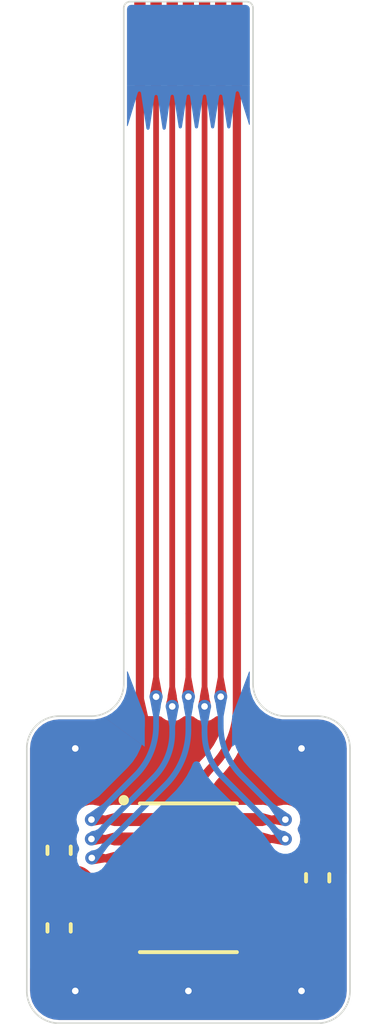
<source format=kicad_pcb>
(kicad_pcb (version 20221018) (generator pcbnew)
  (layers (0 "F.Cu" signal) (31 "B.Cu" signal) (34 "B.Paste" user) (35 "F.Paste" user) (36 "B.SilkS" user "B.Silkscreen") (37 "F.SilkS" user "F.Silkscreen") (38 "B.Mask" user) (39 "F.Mask" user) (44 "Edge.Cuts" user))
  (net 0 "")
  (net 1 "GND")
  (net 2 "Net-(U1-VLDO)")
  (net 3 "Net-(U1-VREF)")
  (net 4 "VDD")
  (net 5 "/SDA")
  (net 6 "/SCL")
  (net 7 "/INTB")
  (net 8 "/GPIO")
  (net 12 "/LDO_EN")
  (footprint "watch:FH19C_FPC" (layer "F.Cu") (at 146.8 69.6)
    (fp_text reference "J1" hide)
    (fp_text value "Conn_01x07" hide)
    (fp_line (start -2 -2.3) (end -2 0) (stroke (width 0.05)) (layer "Edge.Cuts"))
    (fp_line (start 1.8 -2.5) (end -1.8 -2.5) (stroke (width 0.05)) (layer "Edge.Cuts"))
    (fp_line (start 2 0) (end 2 -2.3) (stroke (width 0.05)) (layer "Edge.Cuts"))
    (fp_arc (start -2 -2.3) (mid -1.941421 -2.441421) (end -1.8 -2.5) (stroke (width 0.05)) (layer "Edge.Cuts"))
    (fp_arc (start 1.8 -2.5) (mid 1.941421 -2.441421) (end 2 -2.3) (stroke (width 0.05)) (layer "Edge.Cuts"))
    (pad "1" smd rect (at 1.5 -1.25) (size 0.35 2.5) (layers "F.Cu" "F.Paste" "F.Mask") (net 4 "VDD"))
    (pad "2" smd rect (at 1 -1.25) (size 0.35 2.5) (layers "F.Cu" "F.Paste" "F.Mask") (net 7 "/INTB"))
    (pad "3" smd rect (at 0.5 -1.25) (size 0.35 2.5) (layers "F.Cu" "F.Paste" "F.Mask") (net 8 "/GPIO"))
    (pad "4" smd rect (at 0 -1.25) (size 0.35 2.5) (layers "F.Cu" "F.Paste" "F.Mask") (net 12 "/LDO_EN"))
    (pad "5" smd rect (at -0.5 -1.25) (size 0.35 2.5) (layers "F.Cu" "F.Paste" "F.Mask") (net 6 "/SCL"))
    (pad "6" smd rect (at -1 -1.25) (size 0.35 2.5) (layers "F.Cu" "F.Paste" "F.Mask") (net 5 "/SDA"))
    (pad "7" smd rect (at -1.5 -1.25) (size 0.35 2.5) (layers "F.Cu" "F.Paste" "F.Mask") (net 1 "GND"))
  )
  (footprint "Capacitor_SMD:C_0402_1005Metric_Pad0.74x0.62mm_HandSolder" (layer "F.Cu") (at 150.8 94.2 90)
    (fp_text reference "C2" hide)
    (fp_text value "1u")
    (fp_line (start -0.115835 -0.36) (end 0.115835 -0.36) (stroke (width 0.12)) (layer "F.SilkS"))
    (fp_line (start -0.115835 0.36) (end 0.115835 0.36) (stroke (width 0.12)) (layer "F.SilkS"))
    (pad "1" smd roundrect (at -0.5675 0 90) (size 0.735 0.62) (layers "F.Cu" "F.Paste" "F.Mask") (net 1 "GND"))
    (pad "2" smd roundrect (at 0.5675 0 90) (size 0.735 0.62) (layers "F.Cu" "F.Paste" "F.Mask") (net 3 "Net-(U1-VREF)"))
  )
  (footprint "Capacitor_SMD:C_0402_1005Metric_Pad0.74x0.62mm_HandSolder" (layer "F.Cu") (at 142.8 95.75 -90)
    (fp_text reference "C3" hide)
    (fp_text value "10u")
    (fp_line (start -0.115835 -0.36) (end 0.115835 -0.36) (stroke (width 0.12)) (layer "F.SilkS"))
    (fp_line (start -0.115835 0.36) (end 0.115835 0.36) (stroke (width 0.12)) (layer "F.SilkS"))
    (pad "1" smd roundrect (at -0.5675 0 270) (size 0.735 0.62) (layers "F.Cu" "F.Paste" "F.Mask") (net 4 "VDD"))
    (pad "2" smd roundrect (at 0.5675 0 270) (size 0.735 0.62) (layers "F.Cu" "F.Paste" "F.Mask") (net 1 "GND"))
  )
  (footprint "Capacitor_SMD:C_0402_1005Metric_Pad0.74x0.62mm_HandSolder" (layer "F.Cu") (at 142.8 93.35 -90)
    (fp_text reference "C1" hide)
    (fp_text value "1u")
    (fp_line (start -0.115835 -0.36) (end 0.115835 -0.36) (stroke (width 0.12)) (layer "F.SilkS"))
    (fp_line (start -0.115835 0.36) (end 0.115835 0.36) (stroke (width 0.12)) (layer "F.SilkS"))
    (pad "1" smd roundrect (at -0.5675 0 270) (size 0.735 0.62) (layers "F.Cu" "F.Paste" "F.Mask") (net 1 "GND"))
    (pad "2" smd roundrect (at 0.5675 0 270) (size 0.735 0.62) (layers "F.Cu" "F.Paste" "F.Mask") (net 2 "Net-(U1-VLDO)"))
  )
  (footprint "watch:MAXM86161EFDT" (layer "F.Cu") (at 146.8 94.2)
    (fp_text reference "U1" hide)
    (fp_text value "MAXM86161EFD+T" hide)
    (fp_line (start -1.5 -2.3) (end 1.5 -2.3) (stroke (width 0.12)) (layer "F.SilkS"))
    (fp_line (start -1.5 2.3) (end 1.5 2.3) (stroke (width 0.12)) (layer "F.SilkS"))
    (fp_circle (center -2 -2.4) (end -1.9 -2.4) (stroke (width 0.12)) (fill solid) (layer "F.SilkS"))
    (pad "1" smd rect (at -1.46 -1.8 90) (size 0.4 1.68) (layers "F.Cu" "F.Paste" "F.Mask") (net 5 "/SDA"))
    (pad "2" smd rect (at -1.46 -1.2 90) (size 0.4 1.68) (layers "F.Cu" "F.Paste" "F.Mask") (net 6 "/SCL"))
    (pad "3" smd rect (at -1.46 -0.6 90) (size 0.4 1.68) (layers "F.Cu" "F.Paste" "F.Mask") (net 12 "/LDO_EN"))
    (pad "4" smd rect (at -1.46 0 90) (size 0.4 1.68) (layers "F.Cu" "F.Paste" "F.Mask") (net 2 "Net-(U1-VLDO)"))
    (pad "5" smd rect (at -1.46 0.6 90) (size 0.4 1.68) (layers "F.Cu" "F.Paste" "F.Mask") (net 4 "VDD"))
    (pad "6" smd rect (at -1.46 1.2 90) (size 0.4 1.68) (layers "F.Cu" "F.Paste" "F.Mask"))
    (pad "7" smd rect (at -1.46 1.8 90) (size 0.4 1.68) (layers "F.Cu" "F.Paste" "F.Mask"))
    (pad "8" smd rect (at 1.46 1.8 90) (size 0.4 1.68) (layers "F.Cu" "F.Paste" "F.Mask"))
    (pad "9" smd rect (at 1.46 1.2 90) (size 0.4 1.68) (layers "F.Cu" "F.Paste" "F.Mask") (net 1 "GND"))
    (pad "10" smd rect (at 1.46 0.6 90) (size 0.4 1.68) (layers "F.Cu" "F.Paste" "F.Mask") (net 1 "GND"))
    (pad "11" smd rect (at 1.46 0 90) (size 0.4 1.68) (layers "F.Cu" "F.Paste" "F.Mask") (net 1 "GND"))
    (pad "12" smd rect (at 1.46 -0.6 90) (size 0.4 1.68) (layers "F.Cu" "F.Paste" "F.Mask") (net 3 "Net-(U1-VREF)"))
    (pad "13" smd rect (at 1.46 -1.2 90) (size 0.4 1.68) (layers "F.Cu" "F.Paste" "F.Mask") (net 8 "/GPIO"))
    (pad "14" smd rect (at 1.46 -1.8 90) (size 0.4 1.68) (layers "F.Cu" "F.Paste" "F.Mask") (net 7 "/INTB"))
  )
  (gr_line (start 144.8 69.6) (end 144.8 88.2) (stroke (width 0.05)) (layer "Edge.Cuts"))
  (gr_line (start 141.8 90.2) (end 141.8 97.7) (stroke (width 0.05)) (layer "Edge.Cuts"))
  (gr_arc (start 151.8 97.7) (mid 151.507107 98.407107) (end 150.8 98.7) (stroke (width 0.05)) (layer "Edge.Cuts"))
  (gr_line (start 149.8 89.2) (end 150.8 89.2) (stroke (width 0.05)) (layer "Edge.Cuts"))
  (gr_arc (start 149.8 89.2) (mid 149.092893 88.907107) (end 148.8 88.2) (stroke (width 0.05)) (layer "Edge.Cuts"))
  (gr_arc (start 141.8 90.2) (mid 142.092893 89.492893) (end 142.8 89.2) (stroke (width 0.05)) (layer "Edge.Cuts"))
  (gr_line (start 142.8 98.7) (end 150.8 98.7) (stroke (width 0.05)) (layer "Edge.Cuts"))
  (gr_line (start 142.8 89.2) (end 143.8 89.2) (stroke (width 0.05)) (layer "Edge.Cuts"))
  (gr_arc (start 150.8 89.2) (mid 151.507107 89.492893) (end 151.8 90.2) (stroke (width 0.05)) (layer "Edge.Cuts"))
  (gr_line (start 148.8 69.6) (end 148.8 88.2) (stroke (width 0.05)) (layer "Edge.Cuts"))
  (gr_arc (start 144.8 88.2) (mid 144.507107 88.907107) (end 143.8 89.2) (stroke (width 0.05)) (layer "Edge.Cuts"))
  (gr_line (start 151.8 97.7) (end 151.8 90.2) (stroke (width 0.05)) (layer "Edge.Cuts"))
  (gr_arc (start 142.8 98.7) (mid 142.092893 98.407107) (end 141.8 97.7) (stroke (width 0.05)) (layer "Edge.Cuts"))
  (segment (start 145.3 68.35) (end 145.3 89.55) (width 0.254) (layer "F.Cu") (net 1))
  (via (at 150.3 97.7) (size 0.4064) (drill 0.2032) (layers "F.Cu" "B.Cu") (net 1))
  (via (at 146.8 97.7) (size 0.4064) (drill 0.2032) (layers "F.Cu" "B.Cu") (net 1))
  (via (at 143.3 90.2) (size 0.4064) (drill 0.2032) (layers "F.Cu" "B.Cu") (net 1))
  (via (at 150.3 90.2) (size 0.4064) (drill 0.2032) (layers "F.Cu" "B.Cu") (net 1))
  (via (at 143.3 97.7) (size 0.4064) (drill 0.2032) (layers "F.Cu" "B.Cu") (net 1))
  (segment (start 143.999757 94.2) (end 145.34 94.2) (width 0.1778) (layer "F.Cu") (net 2))
  (segment (start 143.317742 93.9175) (end 142.8 93.9175) (width 0.1778) (layer "F.Cu") (net 2))
  (arc (start 143.65875 94.05875) (mid 143.815205 94.16329) (end 143.999757 94.2) (width 0.1778) (layer "F.Cu") (net 2))
  (arc (start 143.65875 94.05875) (mid 143.502294 93.954209) (end 143.317742 93.9175) (width 0.1778) (layer "F.Cu") (net 2))
  (segment (start 150.744519 93.6) (end 148.26 93.6) (width 0.1778) (layer "F.Cu") (net 3))
  (segment (start 150.78375 93.61625) (end 150.8 93.6325) (width 0.1778) (layer "F.Cu") (net 3))
  (arc (start 150.78375 93.61625) (mid 150.76575 93.604223) (end 150.744519 93.6) (width 0.1778) (layer "F.Cu") (net 3))
  (segment (start 146.175198 94.8) (end 145.34 94.8) (width 0.254) (layer "F.Cu") (net 4))
  (segment (start 144.482842 94.8) (end 145.34 94.8) (width 0.1778) (layer "F.Cu") (net 4))
  (segment (start 143.517157 95.2) (end 142.8175 95.2) (width 0.1778) (layer "F.Cu") (net 4))
  (segment (start 146.8 94.175198) (end 146.8 92.56066) (width 0.254) (layer "F.Cu") (net 4))
  (segment (start 148.3 88.939339) (end 148.3 68.35) (width 0.254) (layer "F.Cu") (net 4))
  (arc (start 144.482842 94.8) (mid 144.221529 94.851978) (end 144 95) (width 0.1778) (layer "F.Cu") (net 4))
  (arc (start 148.3 88.939339) (mid 148.105081 89.919261) (end 147.55 90.75) (width 0.254) (layer "F.Cu") (net 4))
  (arc (start 144 95) (mid 143.778469 95.148021) (end 143.517157 95.2) (width 0.1778) (layer "F.Cu") (net 4))
  (arc (start 147.55 90.75) (mid 146.994918 91.580737) (end 146.8 92.56066) (width 0.254) (layer "F.Cu") (net 4))
  (arc (start 146.8 94.175198) (mid 146.752439 94.414299) (end 146.617 94.617) (width 0.254) (layer "F.Cu") (net 4))
  (arc (start 146.617 94.617) (mid 146.414299 94.752439) (end 146.175198 94.8) (width 0.254) (layer "F.Cu") (net 4))
  (segment (start 145.8 88.6) (end 145.8 68.35) (width 0.1778) (layer "F.Cu") (net 5))
  (segment (start 143.8 92.4) (end 145.34 92.4) (width 0.1778) (layer "F.Cu") (net 5))
  (via (at 143.8 92.4) (size 0.4064) (drill 0.2032) (layers "F.Cu" "B.Cu") (net 5))
  (via (at 145.8 88.6) (size 0.4064) (drill 0.2032) (layers "F.Cu" "B.Cu") (net 5))
  (segment (start 143.8 92.4) (end 145.163603 91.036396) (width 0.1778) (layer "B.Cu") (net 5))
  (segment (start 145.8 88.6) (end 145.8 89.5) (width 0.1778) (layer "B.Cu") (net 5))
  (arc (start 145.8 89.5) (mid 145.634605 90.331491) (end 145.163603 91.036396) (width 0.1778) (layer "B.Cu") (net 5))
  (segment (start 143.8 93) (end 145.34 93) (width 0.1778) (layer "F.Cu") (net 6))
  (segment (start 146.3 88.9) (end 146.3 68.35) (width 0.1778) (layer "F.Cu") (net 6))
  (via (at 143.8 93) (size 0.4064) (drill 0.2032) (layers "F.Cu" "B.Cu") (net 6))
  (via (at 146.3 88.9) (size 0.4064) (drill 0.2032) (layers "F.Cu" "B.Cu") (net 6))
  (segment (start 143.812612 93) (end 143.8 93) (width 0.1778) (layer "B.Cu") (net 6))
  (segment (start 146.3 88.9) (end 146.3 89.712612) (width 0.1778) (layer "B.Cu") (net 6))
  (segment (start 145.725396 91.099827) (end 143.834142 92.991081) (width 0.1778) (layer "B.Cu") (net 6))
  (arc (start 143.834142 92.991081) (mid 143.824263 92.997682) (end 143.812612 93) (width 0.1778) (layer "B.Cu") (net 6))
  (arc (start 146.3 89.712612) (mid 146.150665 90.463367) (end 145.725396 91.099827) (width 0.1778) (layer "B.Cu") (net 6))
  (segment (start 147.8 88.6) (end 147.8 68.35) (width 0.1778) (layer "F.Cu") (net 7))
  (segment (start 149.8 92.4) (end 148.26 92.4) (width 0.1778) (layer "F.Cu") (net 7))
  (via (at 147.8 88.6) (size 0.4064) (drill 0.2032) (layers "F.Cu" "B.Cu") (net 7))
  (via (at 149.8 92.4) (size 0.4064) (drill 0.2032) (layers "F.Cu" "B.Cu") (net 7))
  (segment (start 147.8 88.6) (end 147.8 89.5) (width 0.1778) (layer "B.Cu") (net 7))
  (segment (start 148.436396 91.036396) (end 149.8 92.4) (width 0.1778) (layer "B.Cu") (net 7))
  (arc (start 147.8 89.5) (mid 147.965393 90.331491) (end 148.436396 91.036396) (width 0.1778) (layer "B.Cu") (net 7))
  (segment (start 147.3 88.9) (end 147.3 68.35) (width 0.1778) (layer "F.Cu") (net 8))
  (segment (start 149.8 93) (end 148.26 93) (width 0.1778) (layer "F.Cu") (net 8))
  (via (at 147.3 88.9) (size 0.4064) (drill 0.2032) (layers "F.Cu" "B.Cu") (net 8))
  (via (at 149.8 93) (size 0.4064) (drill 0.2032) (layers "F.Cu" "B.Cu") (net 8))
  (segment (start 149.765857 92.991081) (end 147.874603 91.099827) (width 0.1778) (layer "B.Cu") (net 8))
  (segment (start 149.787388 93) (end 149.8 93) (width 0.1778) (layer "B.Cu") (net 8))
  (segment (start 147.3 88.9) (end 147.3 89.712612) (width 0.1778) (layer "B.Cu") (net 8))
  (arc (start 149.765857 92.991081) (mid 149.775735 92.997682) (end 149.787388 93) (width 0.1778) (layer "B.Cu") (net 8))
  (arc (start 147.3 89.712612) (mid 147.449334 90.463367) (end 147.874603 91.099827) (width 0.1778) (layer "B.Cu") (net 8))
  (segment (start 146.8 88.6) (end 146.8 87.742512) (width 0.1778) (layer "F.Cu") (net 12))
  (segment (start 143.811044 93.587587) (end 143.81725 93.593793) (width 0.1778) (layer "F.Cu") (net 12))
  (segment (start 143.832234 93.6) (end 145.34 93.6) (width 0.1778) (layer "F.Cu") (net 12))
  (segment (start 146.8 86.027537) (end 146.8 87.742512) (width 0.1778) (layer "F.Cu") (net 12))
  (segment (start 146.8 86.027537) (end 146.8 68.35) (width 0.1778) (layer "F.Cu") (net 12))
  (via (at 146.8 88.6) (size 0.4064) (drill 0.2032) (layers "F.Cu" "B.Cu") (net 12))
  (via (at 143.811044 93.587587) (size 0.4064) (drill 0.2032) (layers "F.Cu" "B.Cu") (net 12))
  (arc (start 143.81725 93.593793) (mid 143.824124 93.598386) (end 143.832234 93.6) (width 0.1778) (layer "F.Cu") (net 12))
  (segment (start 143.811044 93.587587) (end 143.82434 93.587587) (width 0.1778) (layer "B.Cu") (net 12))
  (segment (start 146.083975 91.341248) (end 143.847039 93.578184) (width 0.1778) (layer "B.Cu") (net 12))
  (segment (start 146.8 89.612612) (end 146.8 88.6) (width 0.1778) (layer "B.Cu") (net 12))
  (arc (start 146.8 89.612612) (mid 146.613911 90.548143) (end 146.083975 91.341248) (width 0.1778) (layer "B.Cu") (net 12))
  (arc (start 143.847039 93.578184) (mid 143.836624 93.585143) (end 143.82434 93.587587) (width 0.1778) (layer "B.Cu") (net 12))
  (zone (net 1) (net_name "GND") (layers "F&B.Cu") (connect_pads (clearance 0.254)) (min_thickness 0.25) (fill yes (thermal_gap 0.5) (thermal_bridge_width 0.5) (island_removal_mode 2) (island_area_min 10))
    (polygon (pts (xy 141.8 98.7) (xy 141.8 89.2) (xy 151.8 89.2) (xy 151.8 98.7)))
  )
  (zone (net 0) (net_name "") (layer "B.Cu") (priority 1) (connect_pads (clearance 0.254)) (min_thickness 0.25) (fill yes (thermal_gap 0.5) (thermal_bridge_width 0.5) (island_removal_mode 1) (island_area_min 9.999999))
    (polygon (pts (xy 144.8 67.1) (xy 148.8 67.1) (xy 148.8 69.7) (xy 144.8 69.7)))
  )
  (zone (net 0) (net_name "") (layer "B.Cu") (connect_pads yes (clearance 0)) (min_thickness 0.025) (fill yes (thermal_gap 0.5) (thermal_bridge_width 0.5) (smoothing fillet) (radius 0.05) (island_removal_mode 1) (island_area_min 10))
    (polygon (pts (xy 144.8 69.7) (xy 144.8 71.35) (xy 145.3 69.7) (xy 145.55 71.35) (xy 145.8 69.7) (xy 146.05 71.35) (xy 146.3 69.7) (xy 146.55 71.3) (xy 146.8 69.7) (xy 147.05 71.3) (xy 147.3 69.7) (xy 147.55 71.3) (xy 147.8 69.7) (xy 148.05 71.3) (xy 148.3 69.7) (xy 148.8 71.3) (xy 148.8 69.7)))
  )
  (zone (net 1) (net_name "GND") (layer "B.Cu") (name "$teardrop_padvia$") (priority 2) (connect_pads yes (clearance 0)) (min_thickness 0.0254) (fill yes (thermal_gap 0.5) (thermal_bridge_width 0.5) (island_removal_mode 1) (island_area_min 10))
    (polygon (pts (xy 144.8 87.5) (xy 145.45 89.2) (xy 145.45 90.15) (xy 144.15 89.2)))
  )
)
</source>
